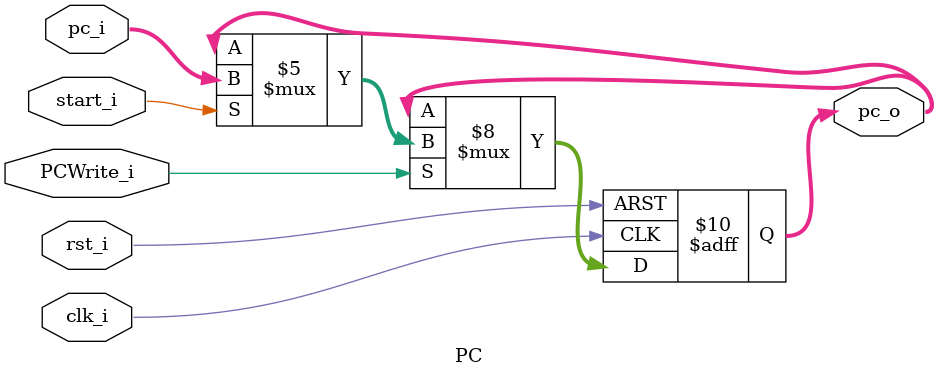
<source format=v>
module PC
(
    clk_i,
    start_i,
    rst_i,
    PCWrite_i,
    pc_i,
    pc_o
);

// Ports
input               clk_i;
input               start_i;
input               rst_i;
input               PCWrite_i;
input   [31:0]      pc_i;
output  [31:0]      pc_o;

// Wires & Registers
reg     [31:0]      pc_o;


always@(posedge clk_i or negedge rst_i) begin
    if(~rst_i) begin
        pc_o <= 32'b0;
    end
    
    else if(~PCWrite_i) begin
        pc_o <= pc_o;
    end
    
    else begin
        if(start_i)
            pc_o <= pc_i;
        else
            pc_o <= pc_o;
    end
end

endmodule

</source>
